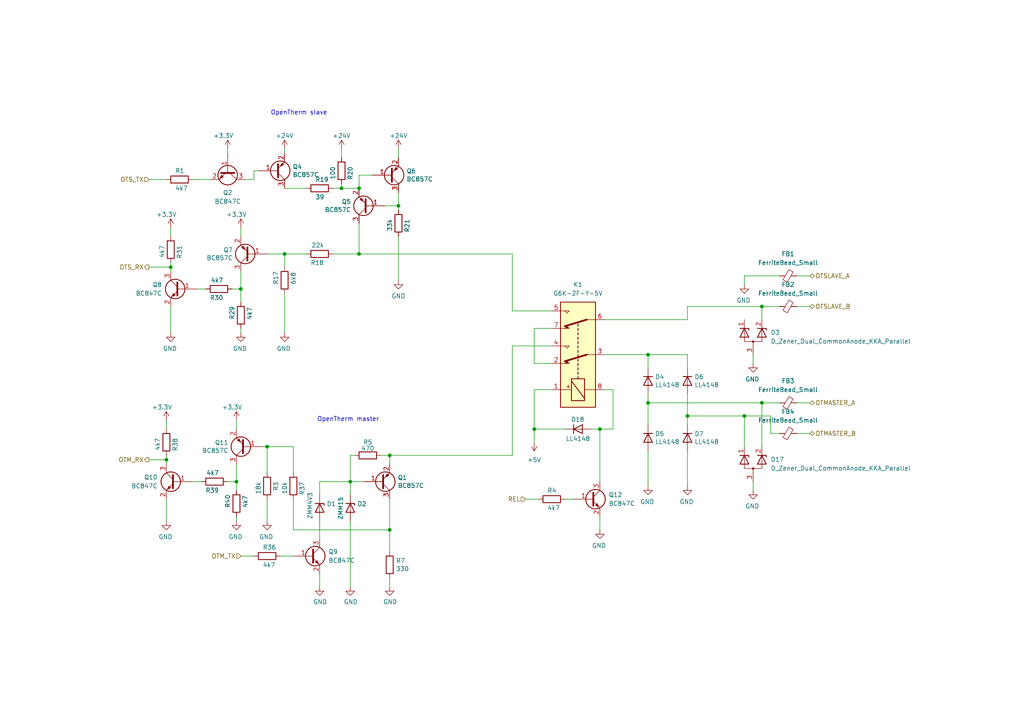
<source format=kicad_sch>
(kicad_sch (version 20231120) (generator "eeschema") (generator_version "8.0")
  (paper "A4")
  (title_block (title "OT Thing") (date "2025-01-08") (rev "2/25") (company "Seegel Systeme"))
  (lib_symbols
    (symbol "Device:D_Zener_Dual_CommonAnode_KKA_Parallel" (pin_names (offset 0.762) hide)
      (property "Reference" "D" (at 0 5.08 0))
      (property "Value" "D_Zener_Dual_CommonAnode_KKA_Parallel" (at 0 -5.08 0))
      (symbol "D_Zener_Dual_CommonAnode_KKA_Parallel_0_0"
        (polyline (pts (xy 2.032 1.27) (xy 2.54 1.27) (xy 2.54 3.81)) (stroke (width 0.254)))
        (polyline (pts (xy 2.54 -1.27) (xy 2.54 -3.81) (xy 2.032 -3.81)) (stroke (width 0.254)))
      )
      (symbol "D_Zener_Dual_CommonAnode_KKA_Parallel_0_1"
        (circle (center -1.27 0) (radius 0.254) (fill (type outline)))
        (polyline (pts (xy -1.27 0) (xy -2.54 0)))
        (polyline (pts (xy 2.54 2.54) (xy -1.27 2.54) (xy -1.27 -2.54) (xy 2.54 -2.54)))
        (polyline (pts (xy 0 -1.27) (xy 2.54 -2.54) (xy 0 -3.81) (xy 0 -1.27) (xy 0 -1.27) (xy 0 -1.27)) (stroke (width 0.254)))
        (polyline (pts (xy 0 3.81) (xy 2.54 2.54) (xy 0 1.27) (xy 0 3.81) (xy 0 3.81) (xy 0 3.81)) (stroke (width 0.254)))
        (pin passive line (at 5.08 2.54 180) (length 2.54) (name "K") (number "1"))
        (pin passive line (at 5.08 -2.54 180) (length 2.54) (name "K") (number "2"))
        (pin passive line (at -5.08 0 0) (length 2.54) (name "A") (number "3"))
      )
    )
    (symbol "Device:FerriteBead_Small" (pin_numbers hide) (pin_names (offset 0))
      (property "Reference" "FB" (at 1.905 1.27 0))
      (property "Value" "FerriteBead_Small" (at 1.905 -1.27 0))
      (symbol "FerriteBead_Small_0_1"
        (polyline (pts (xy 0 -1.27) (xy 0 -0.7874)))
        (polyline (pts (xy 0 0.889) (xy 0 1.2954)))
        (polyline (pts (xy -1.8288 0.2794) (xy -1.1176 1.4986) (xy 1.8288 -0.2032) (xy 1.1176 -1.4224) (xy -1.8288 0.2794)))
      )
      (symbol "FerriteBead_Small_1_1"
        (pin passive line (at 0 2.54 270) (length 1.27) (name "~") (number "1"))
        (pin passive line (at 0 -2.54 90) (length 1.27) (name "~") (number "2"))
      )
    )
    (symbol "Device:R" (pin_numbers hide) (pin_names (offset 0))
      (property "Reference" "R" (at 2.032 0 90))
      (property "Value" "R" (at 0 0 90))
      (symbol "R_0_1"
        (rectangle (start -1.016 -2.54) (end 1.016 2.54) (stroke (width 0.254)))
      )
      (symbol "R_1_1"
        (pin passive line (at 0 3.81 270) (length 1.27) (name "~") (number "1"))
        (pin passive line (at 0 -3.81 90) (length 1.27) (name "~") (number "2"))
      )
    )
    (symbol "Diode:LL4148" (pin_numbers hide) (pin_names (offset 1.016) hide)
      (property "Reference" "D" (at 0 2.54 0))
      (property "Value" "LL4148" (at 0 -2.54 0))
      (symbol "LL4148_0_1"
        (polyline (pts (xy -1.27 1.27) (xy -1.27 -1.27)) (stroke (width 0.254)))
        (polyline (pts (xy 1.27 0) (xy -1.27 0)))
        (polyline (pts (xy 1.27 1.27) (xy 1.27 -1.27) (xy -1.27 0) (xy 1.27 1.27)) (stroke (width 0.254)))
      )
      (symbol "LL4148_1_1"
        (pin passive line (at -3.81 0 0) (length 2.54) (name "K") (number "1"))
        (pin passive line (at 3.81 0 180) (length 2.54) (name "A") (number "2"))
      )
    )
    (symbol "Diode:ZMMxx" (pin_numbers hide) (pin_names hide)
      (property "Reference" "D" (at 0 2.54 0))
      (property "Value" "ZMMxx" (at 0 -2.54 0))
      (symbol "ZMMxx_0_1"
        (polyline (pts (xy 1.27 0) (xy -1.27 0)))
        (polyline (pts (xy -1.27 -1.27) (xy -1.27 1.27) (xy -0.762 1.27)) (stroke (width 0.254)))
        (polyline (pts (xy 1.27 -1.27) (xy 1.27 1.27) (xy -1.27 0) (xy 1.27 -1.27)) (stroke (width 0.254)))
      )
      (symbol "ZMMxx_1_1"
        (pin passive line (at -3.81 0 0) (length 2.54) (name "K") (number "1"))
        (pin passive line (at 3.81 0 180) (length 2.54) (name "A") (number "2"))
      )
    )
    (symbol "Relay:G6K-2"
      (property "Reference" "K" (at 16.51 3.81 0))
      (property "Value" "G6K-2" (at 16.51 1.27 0))
      (symbol "G6K-2_0_0"
        (text "+" (at -9.271 2.921 0) (effects (font (size 1.27 1.27))))
      )
      (symbol "G6K-2_0_1"
        (rectangle (start -15.24 5.08) (end 15.24 -5.08) (stroke (width 0.254)) (fill (type background)))
        (rectangle (start -13.335 1.905) (end -6.985 -1.905) (stroke (width 0.254)))
        (polyline (pts (xy -12.7 -1.905) (xy -7.62 1.905)) (stroke (width 0.254)))
        (polyline (pts (xy -10.16 -5.08) (xy -10.16 -1.905)))
        (polyline (pts (xy -10.16 5.08) (xy -10.16 1.905)))
        (polyline (pts (xy -6.985 0) (xy -6.35 0)) (stroke (width 0.254)))
        (polyline (pts (xy -5.715 0) (xy -5.08 0)) (stroke (width 0.254)))
        (polyline (pts (xy -4.445 0) (xy -3.81 0)) (stroke (width 0.254)))
        (polyline (pts (xy -3.175 0) (xy -2.54 0)) (stroke (width 0.254)))
        (polyline (pts (xy -1.905 0) (xy -1.27 0)) (stroke (width 0.254)))
        (polyline (pts (xy -0.635 0) (xy 0 0)) (stroke (width 0.254)))
        (polyline (pts (xy 0 -2.54) (xy -1.905 3.81)) (stroke (width 0.508)))
        (polyline (pts (xy 0 -2.54) (xy 0 -5.08)))
        (polyline (pts (xy 0.635 0) (xy 1.27 0)) (stroke (width 0.254)))
        (polyline (pts (xy 1.905 0) (xy 2.54 0)) (stroke (width 0.254)))
        (polyline (pts (xy 3.175 0) (xy 3.81 0)) (stroke (width 0.254)))
        (polyline (pts (xy 4.445 0) (xy 5.08 0)) (stroke (width 0.254)))
        (polyline (pts (xy 5.715 0) (xy 6.35 0)) (stroke (width 0.254)))
        (polyline (pts (xy 6.985 0) (xy 7.62 0)) (stroke (width 0.254)))
        (polyline (pts (xy 8.255 0) (xy 8.89 0)) (stroke (width 0.254)))
        (polyline (pts (xy 10.16 -2.54) (xy 8.255 3.81)) (stroke (width 0.508)))
        (polyline (pts (xy 10.16 -2.54) (xy 10.16 -5.08)))
        (polyline (pts (xy -2.54 5.08) (xy -2.54 2.54) (xy -1.905 3.175) (xy -2.54 3.81)) (fill (type outline)))
        (polyline (pts (xy 2.54 5.08) (xy 2.54 2.54) (xy 1.905 3.175) (xy 2.54 3.81)))
        (polyline (pts (xy 7.62 5.08) (xy 7.62 2.54) (xy 8.255 3.175) (xy 7.62 3.81)) (fill (type outline)))
        (polyline (pts (xy 12.7 5.08) (xy 12.7 2.54) (xy 12.065 3.175) (xy 12.7 3.81)))
      )
      (symbol "G6K-2_1_1"
        (pin passive line (at -10.16 7.62 270) (length 2.54) (name "~") (number "1"))
        (pin passive line (at -2.54 7.62 270) (length 2.54) (name "~") (number "2"))
        (pin passive line (at 0 -7.62 90) (length 2.54) (name "~") (number "3"))
        (pin passive line (at 2.54 7.62 270) (length 2.54) (name "~") (number "4"))
        (pin passive line (at 12.7 7.62 270) (length 2.54) (name "~") (number "5"))
        (pin passive line (at 10.16 -7.62 90) (length 2.54) (name "~") (number "6"))
        (pin passive line (at 7.62 7.62 270) (length 2.54) (name "~") (number "7"))
        (pin passive line (at -10.16 -7.62 90) (length 2.54) (name "~") (number "8"))
      )
    )
    (symbol "Transistor_BJT:BC847" (pin_names (offset 0) hide)
      (property "Reference" "Q" (at 5.08 1.905 0))
      (property "Value" "BC847" (at 5.08 0 0))
      (symbol "BC847_0_1"
        (polyline (pts (xy 0.635 0.635) (xy 2.54 2.54)))
        (polyline (pts (xy 0.635 -0.635) (xy 2.54 -2.54) (xy 2.54 -2.54)))
        (polyline (pts (xy 0.635 1.905) (xy 0.635 -1.905) (xy 0.635 -1.905)) (stroke (width 0.508)))
        (polyline (pts (xy 1.27 -1.778) (xy 1.778 -1.27) (xy 2.286 -2.286) (xy 1.27 -1.778) (xy 1.27 -1.778)) (fill (type outline)))
        (circle (center 1.27 0) (radius 2.8194) (stroke (width 0.254)))
      )
      (symbol "BC847_1_1"
        (pin input line (at -5.08 0 0) (length 5.715) (name "B") (number "1"))
        (pin passive line (at 2.54 -5.08 90) (length 2.54) (name "E") (number "2"))
        (pin passive line (at 2.54 5.08 270) (length 2.54) (name "C") (number "3"))
      )
    )
    (symbol "Transistor_BJT:BC858" (pin_names (offset 0) hide)
      (property "Reference" "Q" (at 5.08 1.905 0))
      (property "Value" "BC858" (at 5.08 0 0))
      (symbol "BC858_0_1"
        (polyline (pts (xy 0.635 0.635) (xy 2.54 2.54)))
        (polyline (pts (xy 0.635 -0.635) (xy 2.54 -2.54) (xy 2.54 -2.54)))
        (polyline (pts (xy 0.635 1.905) (xy 0.635 -1.905) (xy 0.635 -1.905)) (stroke (width 0.508)))
        (polyline (pts (xy 2.286 -1.778) (xy 1.778 -2.286) (xy 1.27 -1.27) (xy 2.286 -1.778) (xy 2.286 -1.778)) (fill (type outline)))
        (circle (center 1.27 0) (radius 2.8194) (stroke (width 0.254)))
      )
      (symbol "BC858_1_1"
        (pin input line (at -5.08 0 0) (length 5.715) (name "B") (number "1"))
        (pin passive line (at 2.54 -5.08 90) (length 2.54) (name "E") (number "2"))
        (pin passive line (at 2.54 5.08 270) (length 2.54) (name "C") (number "3"))
      )
    )
    (symbol "power:+24V" (power) (pin_names (offset 0))
      (property "Value" "+24V" (at 0 3.556 0))
      (symbol "+24V_0_1"
        (polyline (pts (xy -0.762 1.27) (xy 0 2.54)))
        (polyline (pts (xy 0 0) (xy 0 2.54)))
        (polyline (pts (xy 0 2.54) (xy 0.762 1.27)))
      )
      (symbol "+24V_1_1"
        (pin power_in line (at 0 0 90) (length 0) hide (name "+24V") (number "1"))
      )
    )
    (symbol "power:+3.3V" (power) (pin_names (offset 0))
      (property "Value" "+3.3V" (at 0 3.556 0))
      (symbol "+3.3V_0_1"
        (polyline (pts (xy -0.762 1.27) (xy 0 2.54)))
        (polyline (pts (xy 0 0) (xy 0 2.54)))
        (polyline (pts (xy 0 2.54) (xy 0.762 1.27)))
      )
      (symbol "+3.3V_1_1"
        (pin power_in line (at 0 0 90) (length 0) hide (name "+3.3V") (number "1"))
      )
    )
    (symbol "power:+5V" (power) (pin_names (offset 0))
      (property "Value" "+5V" (at 0 3.556 0))
      (symbol "+5V_0_1"
        (polyline (pts (xy -0.762 1.27) (xy 0 2.54)))
        (polyline (pts (xy 0 0) (xy 0 2.54)))
        (polyline (pts (xy 0 2.54) (xy 0.762 1.27)))
      )
      (symbol "+5V_1_1"
        (pin power_in line (at 0 0 90) (length 0) hide (name "+5V") (number "1"))
      )
    )
    (symbol "power:GND" (power) (pin_names (offset 0))
      (property "Value" "GND" (at 0 -3.81 0))
      (symbol "GND_0_1"
        (polyline (pts (xy 0 0) (xy 0 -1.27) (xy 1.27 -1.27) (xy 0 -2.54) (xy -1.27 -1.27) (xy 0 -1.27)))
      )
      (symbol "GND_1_1"
        (pin power_in line (at 0 0 270) (length 0) hide (name "GND") (number "1"))
      )
    )
  )
  (junction (at 187.96 102.87))
  (junction (at 173.99 124.46))
  (junction (at 49.53 77.47))
  (junction (at 113.03 153.67))
  (junction (at 187.96 116.84))
  (junction (at 68.58 139.7))
  (junction (at 82.55 73.66))
  (junction (at 115.57 59.69))
  (junction (at 99.06 54.61))
  (junction (at 101.6 139.7))
  (junction (at 104.14 73.66))
  (junction (at 220.98 116.84))
  (junction (at 48.26 133.35))
  (junction (at 113.03 132.08))
  (junction (at 77.47 129.54))
  (junction (at 154.94 124.46))
  (junction (at 215.9 120.65))
  (junction (at 220.98 88.9))
  (junction (at 199.39 120.65))
  (junction (at 69.85 83.82))
  (junction (at 104.14 54.61))
  (wire (pts (xy 69.85 95.25) (xy 69.85 96.52)))
  (wire (pts (xy 68.58 149.86) (xy 68.58 151.13)))
  (wire (pts (xy 187.96 116.84) (xy 187.96 123.19)))
  (wire (pts (xy 199.39 88.9) (xy 220.98 88.9)))
  (wire (pts (xy 115.57 59.69) (xy 111.76 59.69)))
  (wire (pts (xy 43.18 77.47) (xy 49.53 77.47)))
  (wire (pts (xy 220.98 116.84) (xy 226.06 116.84)))
  (wire (pts (xy 69.85 66.04) (xy 69.85 68.58)))
  (wire (pts (xy 49.53 66.04) (xy 49.53 68.58)))
  (wire (pts (xy 57.15 83.82) (xy 59.69 83.82)))
  (wire (pts (xy 77.47 129.54) (xy 85.09 129.54)))
  (wire (pts (xy 55.88 52.07) (xy 60.96 52.07)))
  (wire (pts (xy 101.6 139.7) (xy 105.41 139.7)))
  (wire (pts (xy 199.39 130.81) (xy 199.39 140.97)))
  (wire (pts (xy 104.14 54.61) (xy 104.14 50.8)))
  (wire (pts (xy 82.55 43.18) (xy 82.55 44.45)))
  (wire (pts (xy 82.55 73.66) (xy 82.55 77.47)))
  (wire (pts (xy 177.8 113.03) (xy 177.8 124.46)))
  (wire (pts (xy 113.03 167.64) (xy 113.03 170.18)))
  (wire (pts (xy 187.96 102.87) (xy 199.39 102.87)))
  (wire (pts (xy 82.55 85.09) (xy 82.55 96.52)))
  (wire (pts (xy 104.14 50.8) (xy 107.95 50.8)))
  (wire (pts (xy 69.85 83.82) (xy 69.85 87.63)))
  (wire (pts (xy 92.71 139.7) (xy 92.71 143.51)))
  (wire (pts (xy 160.02 95.25) (xy 154.94 95.25)))
  (wire (pts (xy 115.57 59.69) (xy 115.57 60.96)))
  (wire (pts (xy 154.94 105.41) (xy 160.02 105.41)))
  (wire (pts (xy 115.57 68.58) (xy 115.57 81.28)))
  (wire (pts (xy 226.06 88.9) (xy 220.98 88.9)))
  (wire (pts (xy 113.03 132.08) (xy 148.59 132.08)))
  (wire (pts (xy 74.93 49.53) (xy 73.66 49.53)))
  (wire (pts (xy 43.18 133.35) (xy 48.26 133.35)))
  (wire (pts (xy 48.26 52.07) (xy 43.18 52.07)))
  (wire (pts (xy 73.66 52.07) (xy 71.12 52.07)))
  (wire (pts (xy 199.39 120.65) (xy 199.39 123.19)))
  (wire (pts (xy 231.14 125.73) (xy 234.95 125.73)))
  (wire (pts (xy 85.09 153.67) (xy 85.09 144.78)))
  (wire (pts (xy 92.71 151.13) (xy 92.71 156.21)))
  (wire (pts (xy 68.58 139.7) (xy 68.58 142.24)))
  (wire (pts (xy 81.28 161.29) (xy 85.09 161.29)))
  (wire (pts (xy 96.52 73.66) (xy 104.14 73.66)))
  (wire (pts (xy 48.26 121.92) (xy 48.26 124.46)))
  (wire (pts (xy 101.6 151.13) (xy 101.6 170.18)))
  (wire (pts (xy 148.59 100.33) (xy 148.59 132.08)))
  (wire (pts (xy 69.85 78.74) (xy 69.85 83.82)))
  (wire (pts (xy 99.06 43.18) (xy 99.06 45.72)))
  (wire (pts (xy 69.85 83.82) (xy 67.31 83.82)))
  (wire (pts (xy 199.39 92.71) (xy 175.26 92.71)))
  (wire (pts (xy 220.98 116.84) (xy 220.98 129.54)))
  (wire (pts (xy 73.66 49.53) (xy 73.66 52.07)))
  (wire (pts (xy 68.58 121.92) (xy 68.58 124.46)))
  (wire (pts (xy 68.58 139.7) (xy 66.04 139.7)))
  (wire (pts (xy 49.53 76.2) (xy 49.53 77.47)))
  (wire (pts (xy 215.9 80.01) (xy 226.06 80.01)))
  (wire (pts (xy 215.9 80.01) (xy 215.9 82.55)))
  (wire (pts (xy 231.14 88.9) (xy 234.95 88.9)))
  (wire (pts (xy 77.47 129.54) (xy 77.47 137.16)))
  (wire (pts (xy 48.26 144.78) (xy 48.26 151.13)))
  (wire (pts (xy 160.02 100.33) (xy 148.59 100.33)))
  (wire (pts (xy 199.39 102.87) (xy 199.39 106.68)))
  (wire (pts (xy 175.26 102.87) (xy 187.96 102.87)))
  (wire (pts (xy 55.88 139.7) (xy 58.42 139.7)))
  (wire (pts (xy 104.14 54.61) (xy 99.06 54.61)))
  (wire (pts (xy 152.4 144.78) (xy 156.21 144.78)))
  (wire (pts (xy 148.59 90.17) (xy 148.59 73.66)))
  (wire (pts (xy 115.57 55.88) (xy 115.57 59.69)))
  (wire (pts (xy 154.94 113.03) (xy 154.94 124.46)))
  (wire (pts (xy 77.47 144.78) (xy 77.47 151.13)))
  (wire (pts (xy 88.9 73.66) (xy 82.55 73.66)))
  (wire (pts (xy 104.14 64.77) (xy 104.14 73.66)))
  (wire (pts (xy 154.94 95.25) (xy 154.94 105.41)))
  (wire (pts (xy 199.39 120.65) (xy 215.9 120.65)))
  (wire (pts (xy 187.96 116.84) (xy 220.98 116.84)))
  (wire (pts (xy 85.09 129.54) (xy 85.09 137.16)))
  (wire (pts (xy 231.14 80.01) (xy 234.95 80.01)))
  (wire (pts (xy 175.26 113.03) (xy 177.8 113.03)))
  (wire (pts (xy 76.2 129.54) (xy 77.47 129.54)))
  (wire (pts (xy 110.49 132.08) (xy 113.03 132.08)))
  (wire (pts (xy 154.94 124.46) (xy 163.83 124.46)))
  (wire (pts (xy 92.71 166.37) (xy 92.71 170.18)))
  (wire (pts (xy 113.03 132.08) (xy 113.03 134.62)))
  (wire (pts (xy 68.58 134.62) (xy 68.58 139.7)))
  (wire (pts (xy 82.55 54.61) (xy 88.9 54.61)))
  (wire (pts (xy 187.96 106.68) (xy 187.96 102.87)))
  (wire (pts (xy 154.94 124.46) (xy 154.94 128.27)))
  (wire (pts (xy 66.04 43.18) (xy 66.04 44.45)))
  (wire (pts (xy 48.26 133.35) (xy 48.26 134.62)))
  (wire (pts (xy 173.99 149.86) (xy 173.99 153.67)))
  (wire (pts (xy 77.47 73.66) (xy 82.55 73.66)))
  (wire (pts (xy 199.39 88.9) (xy 199.39 92.71)))
  (wire (pts (xy 177.8 124.46) (xy 173.99 124.46)))
  (wire (pts (xy 218.44 139.7) (xy 218.44 142.24)))
  (wire (pts (xy 85.09 153.67) (xy 113.03 153.67)))
  (wire (pts (xy 113.03 144.78) (xy 113.03 153.67)))
  (wire (pts (xy 215.9 120.65) (xy 215.9 129.54)))
  (wire (pts (xy 154.94 113.03) (xy 160.02 113.03)))
  (wire (pts (xy 163.83 144.78) (xy 166.37 144.78)))
  (wire (pts (xy 187.96 114.3) (xy 187.96 116.84)))
  (wire (pts (xy 49.53 77.47) (xy 49.53 78.74)))
  (wire (pts (xy 101.6 139.7) (xy 101.6 143.51)))
  (wire (pts (xy 218.44 102.87) (xy 218.44 105.41)))
  (wire (pts (xy 99.06 54.61) (xy 96.52 54.61)))
  (wire (pts (xy 102.87 132.08) (xy 101.6 132.08)))
  (wire (pts (xy 173.99 124.46) (xy 173.99 139.7)))
  (wire (pts (xy 115.57 43.18) (xy 115.57 45.72)))
  (wire (pts (xy 226.06 125.73) (xy 223.52 125.73)))
  (wire (pts (xy 160.02 90.17) (xy 148.59 90.17)))
  (wire (pts (xy 48.26 132.08) (xy 48.26 133.35)))
  (wire (pts (xy 101.6 132.08) (xy 101.6 139.7)))
  (wire (pts (xy 104.14 73.66) (xy 148.59 73.66)))
  (wire (pts (xy 187.96 130.81) (xy 187.96 140.97)))
  (wire (pts (xy 220.98 88.9) (xy 220.98 92.71)))
  (wire (pts (xy 173.99 124.46) (xy 171.45 124.46)))
  (wire (pts (xy 231.14 116.84) (xy 234.95 116.84)))
  (wire (pts (xy 215.9 120.65) (xy 223.52 120.65)))
  (wire (pts (xy 49.53 88.9) (xy 49.53 96.52)))
  (wire (pts (xy 223.52 120.65) (xy 223.52 125.73)))
  (wire (pts (xy 99.06 54.61) (xy 99.06 53.34)))
  (wire (pts (xy 101.6 139.7) (xy 92.71 139.7)))
  (wire (pts (xy 113.03 153.67) (xy 113.03 160.02)))
  (wire (pts (xy 69.85 161.29) (xy 73.66 161.29)))
  (wire (pts (xy 199.39 114.3) (xy 199.39 120.65)))
  (text "OpenTherm slave" (at 78.486 33.528 0) (effects (font (size 1.27 1.27)) (justify left bottom)))
  (text "OpenTherm master" (at 91.948 122.428 0) (effects (font (size 1.27 1.27)) (justify left bottom)))
  (hierarchical_label "OTS_TX" (shape input) (at 43.18 52.07 180))
  (hierarchical_label "OTM_RX" (shape output) (at 43.18 133.35 180))
  (hierarchical_label "OTM_TX" (shape input) (at 69.85 161.29 180))
  (hierarchical_label "OTSLAVE_B" (shape bidirectional) (at 234.95 88.9 0))
  (hierarchical_label "OTMASTER_B" (shape bidirectional) (at 234.95 125.73 0))
  (hierarchical_label "REL" (shape input) (at 152.4 144.78 180))
  (hierarchical_label "OTMASTER_A" (shape bidirectional) (at 234.95 116.84 0))
  (hierarchical_label "OTS_RX" (shape output) (at 43.18 77.47 180))
  (hierarchical_label "OTSLAVE_A" (shape bidirectional) (at 234.95 80.01 0))
  (symbol (lib_id "power:GND") (at 215.9 82.55 0) (mirror y) (unit 1)
    (property "Reference" "#PWR05" (effects (hide yes)))
    (property "Value" "GND" (at 215.646 87.122 0))
  )
  (symbol (lib_id "power:GND") (at 77.47 151.13 0) (mirror y) (unit 1)
    (property "Reference" "#PWR04" (effects (hide yes)))
    (property "Value" "GND" (at 77.216 155.702 0))
  )
  (symbol (lib_id "power:GND") (at 101.6 170.18 0) (unit 1)
    (property "Reference" "#PWR053" (effects (hide yes)))
    (property "Value" "GND" (at 101.727 174.5742 0))
  )
  (symbol (lib_id "Device:R") (at 62.23 139.7 90) (mirror x) (unit 1)
    (property "Reference" "R39" (at 63.5 142.24 90) (effects (justify left)))
    (property "Value" "4k7" (at 63.5 137.16 90) (effects (justify left)))
    (property "Footprint" "Resistor_SMD:R_0805_2012Metric" (effects (hide yes)))
    (property "LCSC" "C17673" (effects (hide yes)))
  )
  (symbol (lib_id "Device:FerriteBead_Small") (at 228.6 125.73 90) (unit 1)
    (property "Reference" "FB4" (at 228.5619 119.38 90))
    (property "Value" "FerriteBead_Small" (at 228.5619 121.92 90))
    (property "Footprint" "Inductor_SMD:L_0603_1608Metric" (effects (hide yes)))
    (property "Description" "Ferrite bead, small symbol" (effects (hide yes)))
    (property "LCSC" "C139168" (effects (hide yes)))
  )
  (symbol (lib_id "Diode:LL4148") (at 167.64 124.46 0) (unit 1)
    (property "Reference" "D18" (at 165.608 121.666 0) (effects (justify left)))
    (property "Value" "LL4148" (at 164.084 127.254 0) (effects (justify left)))
    (property "Footprint" "Diode_SMD:D_MiniMELF" (effects (hide yes)))
    (property "Datasheet" "http://www.vishay.com/docs/85557/ll4148.pdf" (effects (hide yes)))
    (property "LCSC" "C435829" (effects (hide yes)))
  )
  (symbol (lib_id "Device:R") (at 69.85 91.44 0) (mirror y) (unit 1)
    (property "Reference" "R29" (at 67.31 92.71 90) (effects (justify left)))
    (property "Value" "4k7" (at 72.39 92.71 90) (effects (justify left)))
    (property "Footprint" "Resistor_SMD:R_0805_2012Metric" (effects (hide yes)))
    (property "LCSC" "C17673" (effects (hide yes)))
  )
  (symbol (lib_id "Device:R") (at 106.68 132.08 270) (unit 1)
    (property "Reference" "R5" (at 106.68 128.27 90))
    (property "Value" "470" (at 106.68 130.048 90))
    (property "Footprint" "Resistor_SMD:R_0805_2012Metric" (effects (hide yes)))
    (property "LCSC" "C17710" (effects (hide yes)))
  )
  (symbol (lib_id "Device:R") (at 63.5 83.82 90) (mirror x) (unit 1)
    (property "Reference" "R30" (at 64.77 86.36 90) (effects (justify left)))
    (property "Value" "4k7" (at 64.77 81.28 90) (effects (justify left)))
    (property "Footprint" "Resistor_SMD:R_0805_2012Metric" (effects (hide yes)))
    (property "LCSC" "C17673" (effects (hide yes)))
  )
  (symbol (lib_id "Device:R") (at 48.26 128.27 0) (mirror x) (unit 1)
    (property "Reference" "R38" (at 50.8 127 90) (effects (justify left)))
    (property "Value" "4k7" (at 45.72 127 90) (effects (justify left)))
    (property "Footprint" "Resistor_SMD:R_0805_2012Metric" (effects (hide yes)))
    (property "LCSC" "C17673" (effects (hide yes)))
  )
  (symbol (lib_id "power:GND") (at 218.44 142.24 0) (mirror y) (unit 1)
    (property "Reference" "#PWR060" (effects (hide yes)))
    (property "Value" "GND" (at 218.186 146.812 0))
  )
  (symbol (lib_id "power:+3.3V") (at 49.53 66.04 0) (unit 1)
    (property "Reference" "#PWR048" (effects (hide yes)))
    (property "Value" "+3.3V" (at 48.26 62.23 0))
  )
  (symbol (lib_id "Diode:LL4148") (at 187.96 110.49 270) (unit 1)
    (property "Reference" "D4" (at 189.992 109.3216 90) (effects (justify left)))
    (property "Value" "LL4148" (at 189.992 111.633 90) (effects (justify left)))
    (property "Footprint" "Diode_SMD:D_MiniMELF" (effects (hide yes)))
    (property "Datasheet" "http://www.vishay.com/docs/85557/ll4148.pdf" (effects (hide yes)))
    (property "LCSC" "C435829" (effects (hide yes)))
  )
  (symbol (lib_id "Device:R") (at 82.55 81.28 0) (mirror y) (unit 1)
    (property "Reference" "R17" (at 80.01 82.55 90) (effects (justify left)))
    (property "Value" "6k8" (at 85.09 82.55 90) (effects (justify left)))
    (property "Footprint" "Resistor_SMD:R_0805_2012Metric" (effects (hide yes)))
    (property "LCSC" "C17772" (effects (hide yes)))
  )
  (symbol (lib_id "Relay:G6K-2") (at 167.64 102.87 90) (unit 1)
    (property "Reference" "K1" (at 167.64 82.55 90))
    (property "Value" "G6K-2F-Y-5V" (at 167.64 85.09 90))
    (property "Footprint" "Relay_SMD:Relay_DPDT_Omron_G6K-2F-Y" (effects (hide yes)))
    (property "Datasheet" "http://omronfs.omron.com/en_US/ecb/products/pdf/en-g6k.pdf" (effects (hide yes)))
    (property "Description" "Miniature 2-pole relay, Single-side Stable" (effects (hide yes)))
    (property "LCSC" "C2982926" (effects (hide yes)))
  )
  (symbol (lib_id "Diode:LL4148") (at 199.39 127 270) (unit 1)
    (property "Reference" "D7" (at 201.422 125.8316 90) (effects (justify left)))
    (property "Value" "LL4148" (at 201.422 128.143 90) (effects (justify left)))
    (property "Footprint" "Diode_SMD:D_MiniMELF" (effects (hide yes)))
    (property "Datasheet" "http://www.vishay.com/docs/85557/ll4148.pdf" (effects (hide yes)))
    (property "LCSC" "C435829" (effects (hide yes)))
  )
  (symbol (lib_id "Transistor_BJT:BC847") (at 66.04 49.53 270) (unit 1)
    (property "Reference" "Q2" (at 66.04 55.88 90))
    (property "Value" "BC847C" (at 66.04 58.42 90))
    (property "Footprint" "Package_TO_SOT_SMD:SOT-23" (effects (hide yes)))
    (property "Datasheet" "http://www.infineon.com/dgdl/Infineon-BC847SERIES_BC848SERIES_BC849SERIES_BC850SERIES-DS-v01_01-en.pdf?fileId=db3a304314dca389011541d4630a1657" (effects (hide yes)))
    (property "LCSC" "C7420337" (effects (hide yes)))
  )
  (symbol (lib_id "Device:R") (at 85.09 140.97 0) (mirror x) (unit 1)
    (property "Reference" "R37" (at 87.63 139.7 90) (effects (justify left)))
    (property "Value" "10k" (at 82.55 139.7 90) (effects (justify left)))
    (property "Footprint" "Resistor_SMD:R_0805_2012Metric" (effects (hide yes)))
    (property "LCSC" "C17414" (effects (hide yes)))
  )
  (symbol (lib_id "Device:R") (at 160.02 144.78 270) (mirror x) (unit 1)
    (property "Reference" "R4" (at 158.75 142.24 90) (effects (justify left)))
    (property "Value" "4k7" (at 158.75 147.32 90) (effects (justify left)))
    (property "Footprint" "Resistor_SMD:R_0805_2012Metric" (effects (hide yes)))
    (property "LCSC" "C17673" (effects (hide yes)))
  )
  (symbol (lib_id "power:GND") (at 69.85 96.52 0) (mirror y) (unit 1)
    (property "Reference" "#PWR049" (effects (hide yes)))
    (property "Value" "GND" (at 69.596 101.092 0))
  )
  (symbol (lib_id "Transistor_BJT:BC858") (at 80.01 49.53 0) (mirror x) (unit 1)
    (property "Reference" "Q4" (at 84.8614 48.3616 0) (effects (justify left)))
    (property "Value" "BC857C" (at 84.8614 50.673 0) (effects (justify left)))
    (property "Footprint" "Package_TO_SOT_SMD:SOT-23" (effects (hide yes)))
    (property "Datasheet" "https://www.onsemi.com/pub/Collateral/BC860-D.pdf" (effects (hide yes)))
    (property "LCSC" "C5204725" (effects (hide yes)))
  )
  (symbol (lib_id "power:+3.3V") (at 69.85 66.04 0) (unit 1)
    (property "Reference" "#PWR047" (effects (hide yes)))
    (property "Value" "+3.3V" (at 68.58 62.23 0))
  )
  (symbol (lib_id "power:GND") (at 115.57 81.28 0) (mirror y) (unit 1)
    (property "Reference" "#PWR032" (effects (hide yes)))
    (property "Value" "GND" (at 115.57 85.852 0))
  )
  (symbol (lib_id "Device:R") (at 68.58 146.05 0) (mirror y) (unit 1)
    (property "Reference" "R40" (at 66.04 147.32 90) (effects (justify left)))
    (property "Value" "4k7" (at 71.12 147.32 90) (effects (justify left)))
    (property "Footprint" "Resistor_SMD:R_0805_2012Metric" (effects (hide yes)))
    (property "LCSC" "C17673" (effects (hide yes)))
  )
  (symbol (lib_id "Transistor_BJT:BC847") (at 90.17 161.29 0) (unit 1)
    (property "Reference" "Q9" (at 95.25 160.0199 0) (effects (justify left)))
    (property "Value" "BC847C" (at 95.25 162.5599 0) (effects (justify left)))
    (property "Footprint" "Package_TO_SOT_SMD:SOT-23" (effects (hide yes)))
    (property "Datasheet" "http://www.infineon.com/dgdl/Infineon-BC847SERIES_BC848SERIES_BC849SERIES_BC850SERIES-DS-v01_01-en.pdf?fileId=db3a304314dca389011541d4630a1657" (effects (hide yes)))
    (property "LCSC" "C7420337" (effects (hide yes)))
  )
  (symbol (lib_id "power:+3.3V") (at 68.58 121.92 0) (unit 1)
    (property "Reference" "#PWR057" (effects (hide yes)))
    (property "Value" "+3.3V" (at 67.31 118.11 0))
  )
  (symbol (lib_id "Transistor_BJT:BC847") (at 50.8 139.7 0) (mirror y) (unit 1)
    (property "Reference" "Q10" (at 45.72 138.4299 0) (effects (justify left)))
    (property "Value" "BC847C" (at 45.72 140.9699 0) (effects (justify left)))
    (property "Footprint" "Package_TO_SOT_SMD:SOT-23" (effects (hide yes)))
    (property "Datasheet" "http://www.infineon.com/dgdl/Infineon-BC847SERIES_BC848SERIES_BC849SERIES_BC850SERIES-DS-v01_01-en.pdf?fileId=db3a304314dca389011541d4630a1657" (effects (hide yes)))
    (property "LCSC" "C7420337" (effects (hide yes)))
  )
  (symbol (lib_id "Device:R") (at 92.71 54.61 270) (mirror x) (unit 1)
    (property "Reference" "R19" (at 91.44 52.07 90) (effects (justify left)))
    (property "Value" "39" (at 91.44 57.15 90) (effects (justify left)))
    (property "Footprint" "Resistor_SMD:R_0805_2012Metric" (effects (hide yes)))
    (property "LCSC" "C137534" (effects (hide yes)))
  )
  (symbol (lib_id "Device:R") (at 92.71 73.66 90) (mirror x) (unit 1)
    (property "Reference" "R18" (at 93.98 76.2 90) (effects (justify left)))
    (property "Value" "22k" (at 93.98 71.12 90) (effects (justify left)))
    (property "Footprint" "Resistor_SMD:R_0805_2012Metric" (effects (hide yes)))
    (property "LCSC" "C17560" (effects (hide yes)))
  )
  (symbol (lib_id "power:GND") (at 49.53 96.52 0) (mirror y) (unit 1)
    (property "Reference" "#PWR050" (effects (hide yes)))
    (property "Value" "GND" (at 49.276 101.092 0))
  )
  (symbol (lib_id "Diode:LL4148") (at 187.96 127 270) (unit 1)
    (property "Reference" "D5" (at 189.992 125.8316 90) (effects (justify left)))
    (property "Value" "LL4148" (at 189.992 128.143 90) (effects (justify left)))
    (property "Footprint" "Diode_SMD:D_MiniMELF" (effects (hide yes)))
    (property "Datasheet" "http://www.vishay.com/docs/85557/ll4148.pdf" (effects (hide yes)))
    (property "LCSC" "C435829" (effects (hide yes)))
  )
  (symbol (lib_id "Transistor_BJT:BC847") (at 171.45 144.78 0) (unit 1)
    (property "Reference" "Q12" (at 176.53 143.5099 0) (effects (justify left)))
    (property "Value" "BC847C" (at 176.53 146.0499 0) (effects (justify left)))
    (property "Footprint" "Package_TO_SOT_SMD:SOT-23" (effects (hide yes)))
    (property "Datasheet" "http://www.infineon.com/dgdl/Infineon-BC847SERIES_BC848SERIES_BC849SERIES_BC850SERIES-DS-v01_01-en.pdf?fileId=db3a304314dca389011541d4630a1657" (effects (hide yes)))
    (property "LCSC" "C7420337" (effects (hide yes)))
  )
  (symbol (lib_id "Transistor_BJT:BC858") (at 72.39 73.66 180) (unit 1)
    (property "Reference" "Q7" (at 67.5386 72.4916 0) (effects (justify left)))
    (property "Value" "BC857C" (at 67.5386 74.803 0) (effects (justify left)))
    (property "Footprint" "Package_TO_SOT_SMD:SOT-23" (effects (hide yes)))
    (property "Datasheet" "https://www.onsemi.com/pub/Collateral/BC860-D.pdf" (effects (hide yes)))
    (property "LCSC" "C5204725" (effects (hide yes)))
  )
  (symbol (lib_id "Device:R") (at 115.57 64.77 0) (mirror x) (unit 1)
    (property "Reference" "R21" (at 118.11 63.5 90) (effects (justify left)))
    (property "Value" "33k" (at 113.03 63.5 90) (effects (justify left)))
    (property "Footprint" "Resistor_SMD:R_0805_2012Metric" (effects (hide yes)))
    (property "LCSC" "C17633" (effects (hide yes)))
  )
  (symbol (lib_id "power:GND") (at 48.26 151.13 0) (mirror y) (unit 1)
    (property "Reference" "#PWR056" (effects (hide yes)))
    (property "Value" "GND" (at 48.006 155.702 0))
  )
  (symbol (lib_id "power:+3.3V") (at 66.04 43.18 0) (unit 1)
    (property "Reference" "#PWR02" (effects (hide yes)))
    (property "Value" "+3.3V" (at 64.77 39.37 0))
  )
  (symbol (lib_id "power:GND") (at 92.71 170.18 0) (unit 1)
    (property "Reference" "#PWR026" (effects (hide yes)))
    (property "Value" "GND" (at 92.837 174.5742 0))
  )
  (symbol (lib_id "Diode:ZMMxx") (at 92.71 147.32 270) (unit 1)
    (property "Reference" "D1" (at 94.742 146.1516 90) (effects (justify left)))
    (property "Value" "ZMM4V3" (at 89.916 142.748 0) (effects (justify left)))
    (property "Footprint" "Diode_SMD:D_MiniMELF" (effects (hide yes)))
    (property "Datasheet" "https://diotec.com/tl_files/diotec/files/pdf/datasheets/zmm1.pdf" (effects (hide yes)))
    (property "LCSC" "C5345990" (effects (hide yes)))
  )
  (symbol (lib_id "power:+3.3V") (at 48.26 121.92 0) (unit 1)
    (property "Reference" "#PWR055" (effects (hide yes)))
    (property "Value" "+3.3V" (at 46.99 118.11 0))
  )
  (symbol (lib_id "power:GND") (at 82.55 96.52 0) (mirror y) (unit 1)
    (property "Reference" "#PWR029" (effects (hide yes)))
    (property "Value" "GND" (at 82.296 101.092 0))
  )
  (symbol (lib_id "Device:R") (at 77.47 161.29 270) (mirror x) (unit 1)
    (property "Reference" "R36" (at 76.2 158.75 90) (effects (justify left)))
    (property "Value" "4k7" (at 76.2 163.83 90) (effects (justify left)))
    (property "Footprint" "Resistor_SMD:R_0805_2012Metric" (effects (hide yes)))
    (property "LCSC" "C17673" (effects (hide yes)))
  )
  (symbol (lib_id "Diode:ZMMxx") (at 101.6 147.32 270) (unit 1)
    (property "Reference" "D2" (at 103.632 146.1516 90) (effects (justify left)))
    (property "Value" "ZMM15" (at 98.806 144.018 0) (effects (justify left)))
    (property "Footprint" "Diode_SMD:D_MiniMELF" (effects (hide yes)))
    (property "Datasheet" "https://diotec.com/tl_files/diotec/files/pdf/datasheets/zmm1.pdf" (effects (hide yes)))
    (property "LCSC" "C5346000" (effects (hide yes)))
  )
  (symbol (lib_id "power:+5V") (at 154.94 128.27 180) (unit 1)
    (property "Reference" "#PWR061" (effects (hide yes)))
    (property "Value" "+5V" (at 154.94 133.35 0))
  )
  (symbol (lib_id "Device:FerriteBead_Small") (at 228.6 80.01 90) (unit 1)
    (property "Reference" "FB1" (at 228.5619 73.66 90))
    (property "Value" "FerriteBead_Small" (at 228.5619 76.2 90))
    (property "Footprint" "Inductor_SMD:L_0603_1608Metric" (effects (hide yes)))
    (property "Description" "Ferrite bead, small symbol" (effects (hide yes)))
    (property "LCSC" "C139168" (effects (hide yes)))
  )
  (symbol (lib_id "power:+24V") (at 115.57 43.18 0) (mirror y) (unit 1)
    (property "Reference" "#PWR031" (effects (hide yes)))
    (property "Value" "+24V" (at 115.57 39.37 0))
  )
  (symbol (lib_id "Device:D_Zener_Dual_CommonAnode_KKA_Parallel") (at 218.44 97.79 90) (unit 1)
    (property "Reference" "D3" (at 223.52 96.4564 90) (effects (justify right)))
    (property "Value" "D_Zener_Dual_CommonAnode_KKA_Parallel" (at 223.52 98.9964 90) (effects (justify right)))
    (property "Footprint" "Package_TO_SOT_SMD:SOT-23" (effects (hide yes)))
    (property "Description" "Dual Zener diode, common anode on pin 1" (effects (hide yes)))
    (property "LCSC" "C2831523" (effects (hide yes)))
  )
  (symbol (lib_id "Device:R") (at 52.07 52.07 270) (mirror x) (unit 1)
    (property "Reference" "R1" (at 50.8 49.53 90) (effects (justify left)))
    (property "Value" "4k7" (at 50.8 54.61 90) (effects (justify left)))
    (property "Footprint" "Resistor_SMD:R_0805_2012Metric" (effects (hide yes)))
    (property "LCSC" "C17673" (effects (hide yes)))
  )
  (symbol (lib_id "Transistor_BJT:BC858") (at 110.49 139.7 0) (mirror x) (unit 1)
    (property "Reference" "Q1" (at 115.3414 138.5316 0) (effects (justify left)))
    (property "Value" "BC857C" (at 115.3414 140.843 0) (effects (justify left)))
    (property "Footprint" "Package_TO_SOT_SMD:SOT-23" (effects (hide yes)))
    (property "Datasheet" "https://www.onsemi.com/pub/Collateral/BC860-D.pdf" (effects (hide yes)))
    (property "LCSC" "C5204725" (effects (hide yes)))
  )
  (symbol (lib_id "power:GND") (at 173.99 153.67 0) (mirror y) (unit 1)
    (property "Reference" "#PWR062" (effects (hide yes)))
    (property "Value" "GND" (at 173.736 158.242 0))
  )
  (symbol (lib_id "Device:R") (at 77.47 140.97 0) (mirror x) (unit 1)
    (property "Reference" "R3" (at 80.01 139.7 90) (effects (justify left)))
    (property "Value" "18k" (at 74.93 139.7 90) (effects (justify left)))
    (property "Footprint" "Resistor_SMD:R_0805_2012Metric" (effects (hide yes)))
    (property "LCSC" "C17506" (effects (hide yes)))
  )
  (symbol (lib_id "Transistor_BJT:BC847") (at 52.07 83.82 0) (mirror y) (unit 1)
    (property "Reference" "Q8" (at 46.99 82.5499 0) (effects (justify left)))
    (property "Value" "BC847C" (at 46.99 85.0899 0) (effects (justify left)))
    (property "Footprint" "Package_TO_SOT_SMD:SOT-23" (effects (hide yes)))
    (property "Datasheet" "http://www.infineon.com/dgdl/Infineon-BC847SERIES_BC848SERIES_BC849SERIES_BC850SERIES-DS-v01_01-en.pdf?fileId=db3a304314dca389011541d4630a1657" (effects (hide yes)))
    (property "LCSC" "C7420337" (effects (hide yes)))
  )
  (symbol (lib_id "Device:D_Zener_Dual_CommonAnode_KKA_Parallel") (at 218.44 134.62 90) (unit 1)
    (property "Reference" "D17" (at 223.52 133.2864 90) (effects (justify right)))
    (property "Value" "D_Zener_Dual_CommonAnode_KKA_Parallel" (at 223.52 135.8264 90) (effects (justify right)))
    (property "Footprint" "Package_TO_SOT_SMD:SOT-23" (effects (hide yes)))
    (property "Description" "Dual Zener diode, common anode on pin 1" (effects (hide yes)))
    (property "LCSC" "C2831523" (effects (hide yes)))
  )
  (symbol (lib_id "Device:R") (at 49.53 72.39 0) (mirror x) (unit 1)
    (property "Reference" "R31" (at 52.07 71.12 90) (effects (justify left)))
    (property "Value" "4k7" (at 46.99 71.12 90) (effects (justify left)))
    (property "Footprint" "Resistor_SMD:R_0805_2012Metric" (effects (hide yes)))
    (property "LCSC" "C17673" (effects (hide yes)))
  )
  (symbol (lib_id "power:GND") (at 187.96 140.97 0) (mirror y) (unit 1)
    (property "Reference" "#PWR051" (effects (hide yes)))
    (property "Value" "GND" (at 187.706 145.542 0))
  )
  (symbol (lib_id "power:+24V") (at 82.55 43.18 0) (mirror y) (unit 1)
    (property "Reference" "#PWR028" (effects (hide yes)))
    (property "Value" "+24V" (at 82.55 39.37 0))
  )
  (symbol (lib_id "Device:FerriteBead_Small") (at 228.6 88.9 90) (unit 1)
    (property "Reference" "FB2" (at 228.5619 82.55 90))
    (property "Value" "FerriteBead_Small" (at 228.5619 85.09 90))
    (property "Footprint" "Inductor_SMD:L_0603_1608Metric" (effects (hide yes)))
    (property "Description" "Ferrite bead, small symbol" (effects (hide yes)))
    (property "LCSC" "C139168" (effects (hide yes)))
  )
  (symbol (lib_id "Diode:LL4148") (at 199.39 110.49 270) (unit 1)
    (property "Reference" "D6" (at 201.422 109.3216 90) (effects (justify left)))
    (property "Value" "LL4148" (at 201.422 111.633 90) (effects (justify left)))
    (property "Footprint" "Diode_SMD:D_MiniMELF" (effects (hide yes)))
    (property "Datasheet" "http://www.vishay.com/docs/85557/ll4148.pdf" (effects (hide yes)))
    (property "LCSC" "C435829" (effects (hide yes)))
  )
  (symbol (lib_id "Transistor_BJT:BC858") (at 113.03 50.8 0) (mirror x) (unit 1)
    (property "Reference" "Q6" (at 117.8814 49.6316 0) (effects (justify left)))
    (property "Value" "BC857C" (at 117.8814 51.943 0) (effects (justify left)))
    (property "Footprint" "Package_TO_SOT_SMD:SOT-23" (effects (hide yes)))
    (property "Datasheet" "https://www.onsemi.com/pub/Collateral/BC860-D.pdf" (effects (hide yes)))
    (property "LCSC" "C5204725" (effects (hide yes)))
  )
  (symbol (lib_id "power:GND") (at 113.03 170.18 0) (unit 1)
    (property "Reference" "#PWR054" (effects (hide yes)))
    (property "Value" "GND" (at 113.157 174.5742 0))
  )
  (symbol (lib_id "Device:FerriteBead_Small") (at 228.6 116.84 90) (unit 1)
    (property "Reference" "FB3" (at 228.5619 110.49 90))
    (property "Value" "FerriteBead_Small" (at 228.5619 113.03 90))
    (property "Footprint" "Inductor_SMD:L_0603_1608Metric" (effects (hide yes)))
    (property "Description" "Ferrite bead, small symbol" (effects (hide yes)))
    (property "LCSC" "C139168" (effects (hide yes)))
  )
  (symbol (lib_id "Device:R") (at 113.03 163.83 0) (unit 1)
    (property "Reference" "R7" (at 114.808 162.6616 0) (effects (justify left)))
    (property "Value" "330" (at 114.808 164.973 0) (effects (justify left)))
    (property "Footprint" "Resistor_SMD:R_0805_2012Metric" (effects (hide yes)))
    (property "LCSC" "C17630" (effects (hide yes)))
  )
  (symbol (lib_id "Transistor_BJT:BC858") (at 106.68 59.69 180) (unit 1)
    (property "Reference" "Q5" (at 101.8286 58.5216 0) (effects (justify left)))
    (property "Value" "BC857C" (at 101.8286 60.833 0) (effects (justify left)))
    (property "Footprint" "Package_TO_SOT_SMD:SOT-23" (effects (hide yes)))
    (property "Datasheet" "https://www.onsemi.com/pub/Collateral/BC860-D.pdf" (effects (hide yes)))
    (property "LCSC" "C5204725" (effects (hide yes)))
  )
  (symbol (lib_id "Device:R") (at 99.06 49.53 0) (mirror x) (unit 1)
    (property "Reference" "R20" (at 101.6 48.26 90) (effects (justify left)))
    (property "Value" "100" (at 96.52 48.26 90) (effects (justify left)))
    (property "Footprint" "Resistor_SMD:R_0805_2012Metric" (effects (hide yes)))
    (property "LCSC" "C17408" (effects (hide yes)))
  )
  (symbol (lib_id "power:+24V") (at 99.06 43.18 0) (mirror y) (unit 1)
    (property "Reference" "#PWR030" (effects (hide yes)))
    (property "Value" "+24V" (at 99.06 39.37 0))
  )
  (symbol (lib_id "Transistor_BJT:BC858") (at 71.12 129.54 180) (unit 1)
    (property "Reference" "Q11" (at 66.2686 128.3716 0) (effects (justify left)))
    (property "Value" "BC857C" (at 66.2686 130.683 0) (effects (justify left)))
    (property "Footprint" "Package_TO_SOT_SMD:SOT-23" (effects (hide yes)))
    (property "Datasheet" "https://www.onsemi.com/pub/Collateral/BC860-D.pdf" (effects (hide yes)))
    (property "LCSC" "C5204725" (effects (hide yes)))
  )
  (symbol (lib_id "power:GND") (at 199.39 140.97 0) (mirror y) (unit 1)
    (property "Reference" "#PWR052" (effects (hide yes)))
    (property "Value" "GND" (at 199.136 145.542 0))
  )
  (symbol (lib_id "power:GND") (at 218.44 105.41 0) (mirror y) (unit 1)
    (property "Reference" "#PWR059" (effects (hide yes)))
    (property "Value" "GND" (at 218.186 109.982 0))
  )
  (symbol (lib_id "power:GND") (at 68.58 151.13 0) (mirror y) (unit 1)
    (property "Reference" "#PWR058" (effects (hide yes)))
    (property "Value" "GND" (at 68.326 155.702 0))
  )
)
</source>
